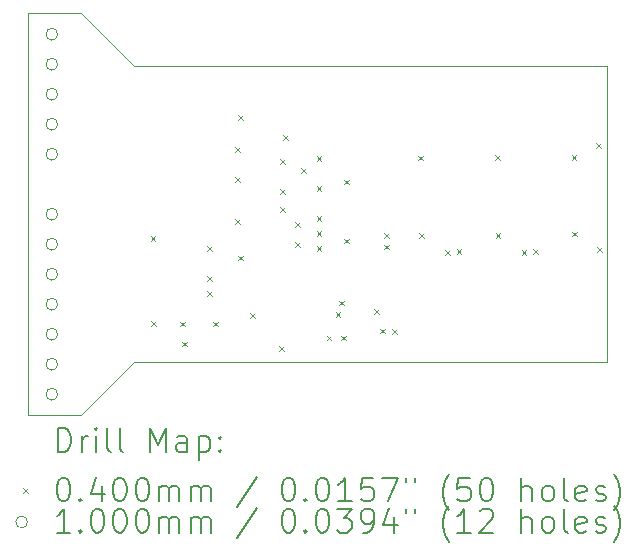
<source format=gbr>
%FSLAX45Y45*%
G04 Gerber Fmt 4.5, Leading zero omitted, Abs format (unit mm)*
G04 Created by KiCad (PCBNEW 6.0.1-79c1e3a40b~116~ubuntu21.04.1) date 2022-02-15 19:11:46*
%MOMM*%
%LPD*%
G01*
G04 APERTURE LIST*
%TA.AperFunction,Profile*%
%ADD10C,0.050000*%
%TD*%
%ADD11C,0.200000*%
%ADD12C,0.040000*%
%ADD13C,0.100000*%
G04 APERTURE END LIST*
D10*
X14414500Y-13123700D02*
X10414500Y-13123700D01*
X10414500Y-13123700D02*
X9964500Y-12673700D01*
X14414500Y-15623700D02*
X14414500Y-13123700D01*
X9964500Y-16073700D02*
X10414500Y-15623700D01*
X9514500Y-16073700D02*
X9914500Y-16073700D01*
X9964500Y-12673700D02*
X9514500Y-12673700D01*
X10414500Y-15623700D02*
X14414500Y-15623700D01*
X9914500Y-16073700D02*
X9964500Y-16073700D01*
X9514500Y-12673700D02*
X9514500Y-16073700D01*
D11*
D12*
X10553300Y-14559600D02*
X10593300Y-14599600D01*
X10593300Y-14559600D02*
X10553300Y-14599600D01*
X10561100Y-15283500D02*
X10601100Y-15323500D01*
X10601100Y-15283500D02*
X10561100Y-15323500D01*
X10804500Y-15283700D02*
X10844500Y-15323700D01*
X10844500Y-15283700D02*
X10804500Y-15323700D01*
X10819500Y-15453700D02*
X10859500Y-15493700D01*
X10859500Y-15453700D02*
X10819500Y-15493700D01*
X11029500Y-14644200D02*
X11069500Y-14684200D01*
X11069500Y-14644200D02*
X11029500Y-14684200D01*
X11029500Y-14898200D02*
X11069500Y-14938200D01*
X11069500Y-14898200D02*
X11029500Y-14938200D01*
X11029500Y-15025200D02*
X11069500Y-15065200D01*
X11069500Y-15025200D02*
X11029500Y-15065200D01*
X11084500Y-15283700D02*
X11124500Y-15323700D01*
X11124500Y-15283700D02*
X11084500Y-15323700D01*
X11272300Y-13810300D02*
X11312300Y-13850300D01*
X11312300Y-13810300D02*
X11272300Y-13850300D01*
X11272300Y-14064300D02*
X11312300Y-14104300D01*
X11312300Y-14064300D02*
X11272300Y-14104300D01*
X11272300Y-14419900D02*
X11312300Y-14459900D01*
X11312300Y-14419900D02*
X11272300Y-14459900D01*
X11297000Y-14725000D02*
X11337000Y-14765000D01*
X11337000Y-14725000D02*
X11297000Y-14765000D01*
X11297700Y-13535698D02*
X11337700Y-13575698D01*
X11337700Y-13535698D02*
X11297700Y-13575698D01*
X11394500Y-15213700D02*
X11434500Y-15253700D01*
X11434500Y-15213700D02*
X11394500Y-15253700D01*
X11644500Y-15493700D02*
X11684500Y-15533700D01*
X11684500Y-15493700D02*
X11644500Y-15533700D01*
X11653300Y-13911900D02*
X11693300Y-13951900D01*
X11693300Y-13911900D02*
X11653300Y-13951900D01*
X11653300Y-14165900D02*
X11693300Y-14205900D01*
X11693300Y-14165900D02*
X11653300Y-14205900D01*
X11653300Y-14318300D02*
X11693300Y-14358300D01*
X11693300Y-14318300D02*
X11653300Y-14358300D01*
X11678700Y-13708700D02*
X11718700Y-13748700D01*
X11718700Y-13708700D02*
X11678700Y-13748700D01*
X11780300Y-14445300D02*
X11820300Y-14485300D01*
X11820300Y-14445300D02*
X11780300Y-14485300D01*
X11780300Y-14614150D02*
X11820300Y-14654150D01*
X11820300Y-14614150D02*
X11780300Y-14654150D01*
X11831100Y-13988100D02*
X11871100Y-14028100D01*
X11871100Y-13988100D02*
X11831100Y-14028100D01*
X11959500Y-13882200D02*
X11999500Y-13922200D01*
X11999500Y-13882200D02*
X11959500Y-13922200D01*
X11959500Y-14136200D02*
X11999500Y-14176200D01*
X11999500Y-14136200D02*
X11959500Y-14176200D01*
X11959500Y-14390200D02*
X11999500Y-14430200D01*
X11999500Y-14390200D02*
X11959500Y-14430200D01*
X11959500Y-14517200D02*
X11999500Y-14557200D01*
X11999500Y-14517200D02*
X11959500Y-14557200D01*
X11959500Y-14644200D02*
X11999500Y-14684200D01*
X11999500Y-14644200D02*
X11959500Y-14684200D01*
X12044500Y-15403700D02*
X12084500Y-15443700D01*
X12084500Y-15403700D02*
X12044500Y-15443700D01*
X12119500Y-15203700D02*
X12159500Y-15243700D01*
X12159500Y-15203700D02*
X12119500Y-15243700D01*
X12147000Y-15106200D02*
X12187000Y-15146200D01*
X12187000Y-15106200D02*
X12147000Y-15146200D01*
X12169500Y-15403700D02*
X12209500Y-15443700D01*
X12209500Y-15403700D02*
X12169500Y-15443700D01*
X12194500Y-14082450D02*
X12234500Y-14122450D01*
X12234500Y-14082450D02*
X12194500Y-14122450D01*
X12194500Y-14582450D02*
X12234500Y-14622450D01*
X12234500Y-14582450D02*
X12194500Y-14622450D01*
X12444500Y-15178700D02*
X12484500Y-15218700D01*
X12484500Y-15178700D02*
X12444500Y-15218700D01*
X12494500Y-15343700D02*
X12534500Y-15383700D01*
X12534500Y-15343700D02*
X12494500Y-15383700D01*
X12532000Y-14533700D02*
X12572000Y-14573700D01*
X12572000Y-14533700D02*
X12532000Y-14573700D01*
X12532000Y-14633700D02*
X12572000Y-14673700D01*
X12572000Y-14633700D02*
X12532000Y-14673700D01*
X12600765Y-15347435D02*
X12640765Y-15387435D01*
X12640765Y-15347435D02*
X12600765Y-15387435D01*
X12819500Y-13878700D02*
X12859500Y-13918700D01*
X12859500Y-13878700D02*
X12819500Y-13918700D01*
X12824500Y-14533700D02*
X12864500Y-14573700D01*
X12864500Y-14533700D02*
X12824500Y-14573700D01*
X13044500Y-14678700D02*
X13084500Y-14718700D01*
X13084500Y-14678700D02*
X13044500Y-14718700D01*
X13144500Y-14673700D02*
X13184500Y-14713700D01*
X13184500Y-14673700D02*
X13144500Y-14713700D01*
X13469500Y-13877200D02*
X13509500Y-13917200D01*
X13509500Y-13877200D02*
X13469500Y-13917200D01*
X13474500Y-14533700D02*
X13514500Y-14573700D01*
X13514500Y-14533700D02*
X13474500Y-14573700D01*
X13694500Y-14678700D02*
X13734500Y-14718700D01*
X13734500Y-14678700D02*
X13694500Y-14718700D01*
X13794500Y-14673700D02*
X13834500Y-14713700D01*
X13834500Y-14673700D02*
X13794500Y-14713700D01*
X14119500Y-13877200D02*
X14159500Y-13917200D01*
X14159500Y-13877200D02*
X14119500Y-13917200D01*
X14124500Y-14523700D02*
X14164500Y-14563700D01*
X14164500Y-14523700D02*
X14124500Y-14563700D01*
X14324500Y-13773700D02*
X14364500Y-13813700D01*
X14364500Y-13773700D02*
X14324500Y-13813700D01*
X14332000Y-14653700D02*
X14372000Y-14693700D01*
X14372000Y-14653700D02*
X14332000Y-14693700D01*
D13*
X9767500Y-12851900D02*
G75*
G03*
X9767500Y-12851900I-50000J0D01*
G01*
X9767500Y-13105900D02*
G75*
G03*
X9767500Y-13105900I-50000J0D01*
G01*
X9767500Y-13359900D02*
G75*
G03*
X9767500Y-13359900I-50000J0D01*
G01*
X9767500Y-13613900D02*
G75*
G03*
X9767500Y-13613900I-50000J0D01*
G01*
X9767500Y-13867900D02*
G75*
G03*
X9767500Y-13867900I-50000J0D01*
G01*
X9767500Y-14375900D02*
G75*
G03*
X9767500Y-14375900I-50000J0D01*
G01*
X9767500Y-14629900D02*
G75*
G03*
X9767500Y-14629900I-50000J0D01*
G01*
X9767500Y-14883900D02*
G75*
G03*
X9767500Y-14883900I-50000J0D01*
G01*
X9767500Y-15137900D02*
G75*
G03*
X9767500Y-15137900I-50000J0D01*
G01*
X9767500Y-15391900D02*
G75*
G03*
X9767500Y-15391900I-50000J0D01*
G01*
X9767500Y-15645900D02*
G75*
G03*
X9767500Y-15645900I-50000J0D01*
G01*
X9767500Y-15899900D02*
G75*
G03*
X9767500Y-15899900I-50000J0D01*
G01*
D11*
X9769619Y-16386676D02*
X9769619Y-16186676D01*
X9817238Y-16186676D01*
X9845810Y-16196200D01*
X9864857Y-16215248D01*
X9874381Y-16234295D01*
X9883905Y-16272390D01*
X9883905Y-16300962D01*
X9874381Y-16339057D01*
X9864857Y-16358105D01*
X9845810Y-16377152D01*
X9817238Y-16386676D01*
X9769619Y-16386676D01*
X9969619Y-16386676D02*
X9969619Y-16253343D01*
X9969619Y-16291438D02*
X9979143Y-16272390D01*
X9988667Y-16262867D01*
X10007714Y-16253343D01*
X10026762Y-16253343D01*
X10093429Y-16386676D02*
X10093429Y-16253343D01*
X10093429Y-16186676D02*
X10083905Y-16196200D01*
X10093429Y-16205724D01*
X10102952Y-16196200D01*
X10093429Y-16186676D01*
X10093429Y-16205724D01*
X10217238Y-16386676D02*
X10198190Y-16377152D01*
X10188667Y-16358105D01*
X10188667Y-16186676D01*
X10322000Y-16386676D02*
X10302952Y-16377152D01*
X10293429Y-16358105D01*
X10293429Y-16186676D01*
X10550571Y-16386676D02*
X10550571Y-16186676D01*
X10617238Y-16329533D01*
X10683905Y-16186676D01*
X10683905Y-16386676D01*
X10864857Y-16386676D02*
X10864857Y-16281914D01*
X10855333Y-16262867D01*
X10836286Y-16253343D01*
X10798190Y-16253343D01*
X10779143Y-16262867D01*
X10864857Y-16377152D02*
X10845810Y-16386676D01*
X10798190Y-16386676D01*
X10779143Y-16377152D01*
X10769619Y-16358105D01*
X10769619Y-16339057D01*
X10779143Y-16320009D01*
X10798190Y-16310486D01*
X10845810Y-16310486D01*
X10864857Y-16300962D01*
X10960095Y-16253343D02*
X10960095Y-16453343D01*
X10960095Y-16262867D02*
X10979143Y-16253343D01*
X11017238Y-16253343D01*
X11036286Y-16262867D01*
X11045810Y-16272390D01*
X11055333Y-16291438D01*
X11055333Y-16348581D01*
X11045810Y-16367628D01*
X11036286Y-16377152D01*
X11017238Y-16386676D01*
X10979143Y-16386676D01*
X10960095Y-16377152D01*
X11141048Y-16367628D02*
X11150571Y-16377152D01*
X11141048Y-16386676D01*
X11131524Y-16377152D01*
X11141048Y-16367628D01*
X11141048Y-16386676D01*
X11141048Y-16262867D02*
X11150571Y-16272390D01*
X11141048Y-16281914D01*
X11131524Y-16272390D01*
X11141048Y-16262867D01*
X11141048Y-16281914D01*
D12*
X9472000Y-16696200D02*
X9512000Y-16736200D01*
X9512000Y-16696200D02*
X9472000Y-16736200D01*
D11*
X9807714Y-16606676D02*
X9826762Y-16606676D01*
X9845810Y-16616200D01*
X9855333Y-16625724D01*
X9864857Y-16644771D01*
X9874381Y-16682867D01*
X9874381Y-16730486D01*
X9864857Y-16768581D01*
X9855333Y-16787629D01*
X9845810Y-16797152D01*
X9826762Y-16806676D01*
X9807714Y-16806676D01*
X9788667Y-16797152D01*
X9779143Y-16787629D01*
X9769619Y-16768581D01*
X9760095Y-16730486D01*
X9760095Y-16682867D01*
X9769619Y-16644771D01*
X9779143Y-16625724D01*
X9788667Y-16616200D01*
X9807714Y-16606676D01*
X9960095Y-16787629D02*
X9969619Y-16797152D01*
X9960095Y-16806676D01*
X9950571Y-16797152D01*
X9960095Y-16787629D01*
X9960095Y-16806676D01*
X10141048Y-16673343D02*
X10141048Y-16806676D01*
X10093429Y-16597152D02*
X10045810Y-16740009D01*
X10169619Y-16740009D01*
X10283905Y-16606676D02*
X10302952Y-16606676D01*
X10322000Y-16616200D01*
X10331524Y-16625724D01*
X10341048Y-16644771D01*
X10350571Y-16682867D01*
X10350571Y-16730486D01*
X10341048Y-16768581D01*
X10331524Y-16787629D01*
X10322000Y-16797152D01*
X10302952Y-16806676D01*
X10283905Y-16806676D01*
X10264857Y-16797152D01*
X10255333Y-16787629D01*
X10245810Y-16768581D01*
X10236286Y-16730486D01*
X10236286Y-16682867D01*
X10245810Y-16644771D01*
X10255333Y-16625724D01*
X10264857Y-16616200D01*
X10283905Y-16606676D01*
X10474381Y-16606676D02*
X10493429Y-16606676D01*
X10512476Y-16616200D01*
X10522000Y-16625724D01*
X10531524Y-16644771D01*
X10541048Y-16682867D01*
X10541048Y-16730486D01*
X10531524Y-16768581D01*
X10522000Y-16787629D01*
X10512476Y-16797152D01*
X10493429Y-16806676D01*
X10474381Y-16806676D01*
X10455333Y-16797152D01*
X10445810Y-16787629D01*
X10436286Y-16768581D01*
X10426762Y-16730486D01*
X10426762Y-16682867D01*
X10436286Y-16644771D01*
X10445810Y-16625724D01*
X10455333Y-16616200D01*
X10474381Y-16606676D01*
X10626762Y-16806676D02*
X10626762Y-16673343D01*
X10626762Y-16692390D02*
X10636286Y-16682867D01*
X10655333Y-16673343D01*
X10683905Y-16673343D01*
X10702952Y-16682867D01*
X10712476Y-16701914D01*
X10712476Y-16806676D01*
X10712476Y-16701914D02*
X10722000Y-16682867D01*
X10741048Y-16673343D01*
X10769619Y-16673343D01*
X10788667Y-16682867D01*
X10798190Y-16701914D01*
X10798190Y-16806676D01*
X10893429Y-16806676D02*
X10893429Y-16673343D01*
X10893429Y-16692390D02*
X10902952Y-16682867D01*
X10922000Y-16673343D01*
X10950571Y-16673343D01*
X10969619Y-16682867D01*
X10979143Y-16701914D01*
X10979143Y-16806676D01*
X10979143Y-16701914D02*
X10988667Y-16682867D01*
X11007714Y-16673343D01*
X11036286Y-16673343D01*
X11055333Y-16682867D01*
X11064857Y-16701914D01*
X11064857Y-16806676D01*
X11455333Y-16597152D02*
X11283905Y-16854295D01*
X11712476Y-16606676D02*
X11731524Y-16606676D01*
X11750571Y-16616200D01*
X11760095Y-16625724D01*
X11769619Y-16644771D01*
X11779143Y-16682867D01*
X11779143Y-16730486D01*
X11769619Y-16768581D01*
X11760095Y-16787629D01*
X11750571Y-16797152D01*
X11731524Y-16806676D01*
X11712476Y-16806676D01*
X11693428Y-16797152D01*
X11683905Y-16787629D01*
X11674381Y-16768581D01*
X11664857Y-16730486D01*
X11664857Y-16682867D01*
X11674381Y-16644771D01*
X11683905Y-16625724D01*
X11693428Y-16616200D01*
X11712476Y-16606676D01*
X11864857Y-16787629D02*
X11874381Y-16797152D01*
X11864857Y-16806676D01*
X11855333Y-16797152D01*
X11864857Y-16787629D01*
X11864857Y-16806676D01*
X11998190Y-16606676D02*
X12017238Y-16606676D01*
X12036286Y-16616200D01*
X12045809Y-16625724D01*
X12055333Y-16644771D01*
X12064857Y-16682867D01*
X12064857Y-16730486D01*
X12055333Y-16768581D01*
X12045809Y-16787629D01*
X12036286Y-16797152D01*
X12017238Y-16806676D01*
X11998190Y-16806676D01*
X11979143Y-16797152D01*
X11969619Y-16787629D01*
X11960095Y-16768581D01*
X11950571Y-16730486D01*
X11950571Y-16682867D01*
X11960095Y-16644771D01*
X11969619Y-16625724D01*
X11979143Y-16616200D01*
X11998190Y-16606676D01*
X12255333Y-16806676D02*
X12141048Y-16806676D01*
X12198190Y-16806676D02*
X12198190Y-16606676D01*
X12179143Y-16635248D01*
X12160095Y-16654295D01*
X12141048Y-16663819D01*
X12436286Y-16606676D02*
X12341048Y-16606676D01*
X12331524Y-16701914D01*
X12341048Y-16692390D01*
X12360095Y-16682867D01*
X12407714Y-16682867D01*
X12426762Y-16692390D01*
X12436286Y-16701914D01*
X12445809Y-16720962D01*
X12445809Y-16768581D01*
X12436286Y-16787629D01*
X12426762Y-16797152D01*
X12407714Y-16806676D01*
X12360095Y-16806676D01*
X12341048Y-16797152D01*
X12331524Y-16787629D01*
X12512476Y-16606676D02*
X12645809Y-16606676D01*
X12560095Y-16806676D01*
X12712476Y-16606676D02*
X12712476Y-16644771D01*
X12788667Y-16606676D02*
X12788667Y-16644771D01*
X13083905Y-16882867D02*
X13074381Y-16873343D01*
X13055333Y-16844771D01*
X13045809Y-16825724D01*
X13036286Y-16797152D01*
X13026762Y-16749533D01*
X13026762Y-16711438D01*
X13036286Y-16663819D01*
X13045809Y-16635248D01*
X13055333Y-16616200D01*
X13074381Y-16587628D01*
X13083905Y-16578105D01*
X13255333Y-16606676D02*
X13160095Y-16606676D01*
X13150571Y-16701914D01*
X13160095Y-16692390D01*
X13179143Y-16682867D01*
X13226762Y-16682867D01*
X13245809Y-16692390D01*
X13255333Y-16701914D01*
X13264857Y-16720962D01*
X13264857Y-16768581D01*
X13255333Y-16787629D01*
X13245809Y-16797152D01*
X13226762Y-16806676D01*
X13179143Y-16806676D01*
X13160095Y-16797152D01*
X13150571Y-16787629D01*
X13388667Y-16606676D02*
X13407714Y-16606676D01*
X13426762Y-16616200D01*
X13436286Y-16625724D01*
X13445809Y-16644771D01*
X13455333Y-16682867D01*
X13455333Y-16730486D01*
X13445809Y-16768581D01*
X13436286Y-16787629D01*
X13426762Y-16797152D01*
X13407714Y-16806676D01*
X13388667Y-16806676D01*
X13369619Y-16797152D01*
X13360095Y-16787629D01*
X13350571Y-16768581D01*
X13341048Y-16730486D01*
X13341048Y-16682867D01*
X13350571Y-16644771D01*
X13360095Y-16625724D01*
X13369619Y-16616200D01*
X13388667Y-16606676D01*
X13693428Y-16806676D02*
X13693428Y-16606676D01*
X13779143Y-16806676D02*
X13779143Y-16701914D01*
X13769619Y-16682867D01*
X13750571Y-16673343D01*
X13722000Y-16673343D01*
X13702952Y-16682867D01*
X13693428Y-16692390D01*
X13902952Y-16806676D02*
X13883905Y-16797152D01*
X13874381Y-16787629D01*
X13864857Y-16768581D01*
X13864857Y-16711438D01*
X13874381Y-16692390D01*
X13883905Y-16682867D01*
X13902952Y-16673343D01*
X13931524Y-16673343D01*
X13950571Y-16682867D01*
X13960095Y-16692390D01*
X13969619Y-16711438D01*
X13969619Y-16768581D01*
X13960095Y-16787629D01*
X13950571Y-16797152D01*
X13931524Y-16806676D01*
X13902952Y-16806676D01*
X14083905Y-16806676D02*
X14064857Y-16797152D01*
X14055333Y-16778105D01*
X14055333Y-16606676D01*
X14236286Y-16797152D02*
X14217238Y-16806676D01*
X14179143Y-16806676D01*
X14160095Y-16797152D01*
X14150571Y-16778105D01*
X14150571Y-16701914D01*
X14160095Y-16682867D01*
X14179143Y-16673343D01*
X14217238Y-16673343D01*
X14236286Y-16682867D01*
X14245809Y-16701914D01*
X14245809Y-16720962D01*
X14150571Y-16740009D01*
X14322000Y-16797152D02*
X14341048Y-16806676D01*
X14379143Y-16806676D01*
X14398190Y-16797152D01*
X14407714Y-16778105D01*
X14407714Y-16768581D01*
X14398190Y-16749533D01*
X14379143Y-16740009D01*
X14350571Y-16740009D01*
X14331524Y-16730486D01*
X14322000Y-16711438D01*
X14322000Y-16701914D01*
X14331524Y-16682867D01*
X14350571Y-16673343D01*
X14379143Y-16673343D01*
X14398190Y-16682867D01*
X14474381Y-16882867D02*
X14483905Y-16873343D01*
X14502952Y-16844771D01*
X14512476Y-16825724D01*
X14522000Y-16797152D01*
X14531524Y-16749533D01*
X14531524Y-16711438D01*
X14522000Y-16663819D01*
X14512476Y-16635248D01*
X14502952Y-16616200D01*
X14483905Y-16587628D01*
X14474381Y-16578105D01*
D13*
X9512000Y-16980200D02*
G75*
G03*
X9512000Y-16980200I-50000J0D01*
G01*
D11*
X9874381Y-17070676D02*
X9760095Y-17070676D01*
X9817238Y-17070676D02*
X9817238Y-16870676D01*
X9798190Y-16899248D01*
X9779143Y-16918295D01*
X9760095Y-16927819D01*
X9960095Y-17051629D02*
X9969619Y-17061152D01*
X9960095Y-17070676D01*
X9950571Y-17061152D01*
X9960095Y-17051629D01*
X9960095Y-17070676D01*
X10093429Y-16870676D02*
X10112476Y-16870676D01*
X10131524Y-16880200D01*
X10141048Y-16889724D01*
X10150571Y-16908771D01*
X10160095Y-16946867D01*
X10160095Y-16994486D01*
X10150571Y-17032581D01*
X10141048Y-17051629D01*
X10131524Y-17061152D01*
X10112476Y-17070676D01*
X10093429Y-17070676D01*
X10074381Y-17061152D01*
X10064857Y-17051629D01*
X10055333Y-17032581D01*
X10045810Y-16994486D01*
X10045810Y-16946867D01*
X10055333Y-16908771D01*
X10064857Y-16889724D01*
X10074381Y-16880200D01*
X10093429Y-16870676D01*
X10283905Y-16870676D02*
X10302952Y-16870676D01*
X10322000Y-16880200D01*
X10331524Y-16889724D01*
X10341048Y-16908771D01*
X10350571Y-16946867D01*
X10350571Y-16994486D01*
X10341048Y-17032581D01*
X10331524Y-17051629D01*
X10322000Y-17061152D01*
X10302952Y-17070676D01*
X10283905Y-17070676D01*
X10264857Y-17061152D01*
X10255333Y-17051629D01*
X10245810Y-17032581D01*
X10236286Y-16994486D01*
X10236286Y-16946867D01*
X10245810Y-16908771D01*
X10255333Y-16889724D01*
X10264857Y-16880200D01*
X10283905Y-16870676D01*
X10474381Y-16870676D02*
X10493429Y-16870676D01*
X10512476Y-16880200D01*
X10522000Y-16889724D01*
X10531524Y-16908771D01*
X10541048Y-16946867D01*
X10541048Y-16994486D01*
X10531524Y-17032581D01*
X10522000Y-17051629D01*
X10512476Y-17061152D01*
X10493429Y-17070676D01*
X10474381Y-17070676D01*
X10455333Y-17061152D01*
X10445810Y-17051629D01*
X10436286Y-17032581D01*
X10426762Y-16994486D01*
X10426762Y-16946867D01*
X10436286Y-16908771D01*
X10445810Y-16889724D01*
X10455333Y-16880200D01*
X10474381Y-16870676D01*
X10626762Y-17070676D02*
X10626762Y-16937343D01*
X10626762Y-16956390D02*
X10636286Y-16946867D01*
X10655333Y-16937343D01*
X10683905Y-16937343D01*
X10702952Y-16946867D01*
X10712476Y-16965914D01*
X10712476Y-17070676D01*
X10712476Y-16965914D02*
X10722000Y-16946867D01*
X10741048Y-16937343D01*
X10769619Y-16937343D01*
X10788667Y-16946867D01*
X10798190Y-16965914D01*
X10798190Y-17070676D01*
X10893429Y-17070676D02*
X10893429Y-16937343D01*
X10893429Y-16956390D02*
X10902952Y-16946867D01*
X10922000Y-16937343D01*
X10950571Y-16937343D01*
X10969619Y-16946867D01*
X10979143Y-16965914D01*
X10979143Y-17070676D01*
X10979143Y-16965914D02*
X10988667Y-16946867D01*
X11007714Y-16937343D01*
X11036286Y-16937343D01*
X11055333Y-16946867D01*
X11064857Y-16965914D01*
X11064857Y-17070676D01*
X11455333Y-16861152D02*
X11283905Y-17118295D01*
X11712476Y-16870676D02*
X11731524Y-16870676D01*
X11750571Y-16880200D01*
X11760095Y-16889724D01*
X11769619Y-16908771D01*
X11779143Y-16946867D01*
X11779143Y-16994486D01*
X11769619Y-17032581D01*
X11760095Y-17051629D01*
X11750571Y-17061152D01*
X11731524Y-17070676D01*
X11712476Y-17070676D01*
X11693428Y-17061152D01*
X11683905Y-17051629D01*
X11674381Y-17032581D01*
X11664857Y-16994486D01*
X11664857Y-16946867D01*
X11674381Y-16908771D01*
X11683905Y-16889724D01*
X11693428Y-16880200D01*
X11712476Y-16870676D01*
X11864857Y-17051629D02*
X11874381Y-17061152D01*
X11864857Y-17070676D01*
X11855333Y-17061152D01*
X11864857Y-17051629D01*
X11864857Y-17070676D01*
X11998190Y-16870676D02*
X12017238Y-16870676D01*
X12036286Y-16880200D01*
X12045809Y-16889724D01*
X12055333Y-16908771D01*
X12064857Y-16946867D01*
X12064857Y-16994486D01*
X12055333Y-17032581D01*
X12045809Y-17051629D01*
X12036286Y-17061152D01*
X12017238Y-17070676D01*
X11998190Y-17070676D01*
X11979143Y-17061152D01*
X11969619Y-17051629D01*
X11960095Y-17032581D01*
X11950571Y-16994486D01*
X11950571Y-16946867D01*
X11960095Y-16908771D01*
X11969619Y-16889724D01*
X11979143Y-16880200D01*
X11998190Y-16870676D01*
X12131524Y-16870676D02*
X12255333Y-16870676D01*
X12188667Y-16946867D01*
X12217238Y-16946867D01*
X12236286Y-16956390D01*
X12245809Y-16965914D01*
X12255333Y-16984962D01*
X12255333Y-17032581D01*
X12245809Y-17051629D01*
X12236286Y-17061152D01*
X12217238Y-17070676D01*
X12160095Y-17070676D01*
X12141048Y-17061152D01*
X12131524Y-17051629D01*
X12350571Y-17070676D02*
X12388667Y-17070676D01*
X12407714Y-17061152D01*
X12417238Y-17051629D01*
X12436286Y-17023057D01*
X12445809Y-16984962D01*
X12445809Y-16908771D01*
X12436286Y-16889724D01*
X12426762Y-16880200D01*
X12407714Y-16870676D01*
X12369619Y-16870676D01*
X12350571Y-16880200D01*
X12341048Y-16889724D01*
X12331524Y-16908771D01*
X12331524Y-16956390D01*
X12341048Y-16975438D01*
X12350571Y-16984962D01*
X12369619Y-16994486D01*
X12407714Y-16994486D01*
X12426762Y-16984962D01*
X12436286Y-16975438D01*
X12445809Y-16956390D01*
X12617238Y-16937343D02*
X12617238Y-17070676D01*
X12569619Y-16861152D02*
X12522000Y-17004010D01*
X12645809Y-17004010D01*
X12712476Y-16870676D02*
X12712476Y-16908771D01*
X12788667Y-16870676D02*
X12788667Y-16908771D01*
X13083905Y-17146867D02*
X13074381Y-17137343D01*
X13055333Y-17108771D01*
X13045809Y-17089724D01*
X13036286Y-17061152D01*
X13026762Y-17013533D01*
X13026762Y-16975438D01*
X13036286Y-16927819D01*
X13045809Y-16899248D01*
X13055333Y-16880200D01*
X13074381Y-16851629D01*
X13083905Y-16842105D01*
X13264857Y-17070676D02*
X13150571Y-17070676D01*
X13207714Y-17070676D02*
X13207714Y-16870676D01*
X13188667Y-16899248D01*
X13169619Y-16918295D01*
X13150571Y-16927819D01*
X13341048Y-16889724D02*
X13350571Y-16880200D01*
X13369619Y-16870676D01*
X13417238Y-16870676D01*
X13436286Y-16880200D01*
X13445809Y-16889724D01*
X13455333Y-16908771D01*
X13455333Y-16927819D01*
X13445809Y-16956390D01*
X13331524Y-17070676D01*
X13455333Y-17070676D01*
X13693428Y-17070676D02*
X13693428Y-16870676D01*
X13779143Y-17070676D02*
X13779143Y-16965914D01*
X13769619Y-16946867D01*
X13750571Y-16937343D01*
X13722000Y-16937343D01*
X13702952Y-16946867D01*
X13693428Y-16956390D01*
X13902952Y-17070676D02*
X13883905Y-17061152D01*
X13874381Y-17051629D01*
X13864857Y-17032581D01*
X13864857Y-16975438D01*
X13874381Y-16956390D01*
X13883905Y-16946867D01*
X13902952Y-16937343D01*
X13931524Y-16937343D01*
X13950571Y-16946867D01*
X13960095Y-16956390D01*
X13969619Y-16975438D01*
X13969619Y-17032581D01*
X13960095Y-17051629D01*
X13950571Y-17061152D01*
X13931524Y-17070676D01*
X13902952Y-17070676D01*
X14083905Y-17070676D02*
X14064857Y-17061152D01*
X14055333Y-17042105D01*
X14055333Y-16870676D01*
X14236286Y-17061152D02*
X14217238Y-17070676D01*
X14179143Y-17070676D01*
X14160095Y-17061152D01*
X14150571Y-17042105D01*
X14150571Y-16965914D01*
X14160095Y-16946867D01*
X14179143Y-16937343D01*
X14217238Y-16937343D01*
X14236286Y-16946867D01*
X14245809Y-16965914D01*
X14245809Y-16984962D01*
X14150571Y-17004010D01*
X14322000Y-17061152D02*
X14341048Y-17070676D01*
X14379143Y-17070676D01*
X14398190Y-17061152D01*
X14407714Y-17042105D01*
X14407714Y-17032581D01*
X14398190Y-17013533D01*
X14379143Y-17004010D01*
X14350571Y-17004010D01*
X14331524Y-16994486D01*
X14322000Y-16975438D01*
X14322000Y-16965914D01*
X14331524Y-16946867D01*
X14350571Y-16937343D01*
X14379143Y-16937343D01*
X14398190Y-16946867D01*
X14474381Y-17146867D02*
X14483905Y-17137343D01*
X14502952Y-17108771D01*
X14512476Y-17089724D01*
X14522000Y-17061152D01*
X14531524Y-17013533D01*
X14531524Y-16975438D01*
X14522000Y-16927819D01*
X14512476Y-16899248D01*
X14502952Y-16880200D01*
X14483905Y-16851629D01*
X14474381Y-16842105D01*
M02*

</source>
